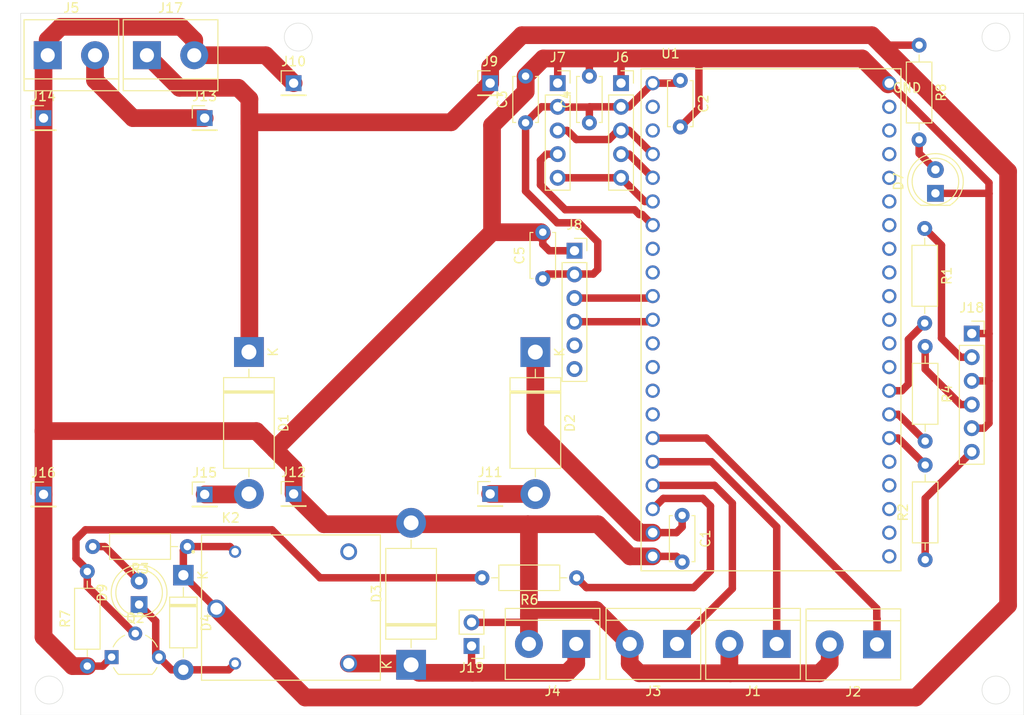
<source format=kicad_pcb>
(kicad_pcb (version 20240108) (generator "pcbnew") (generator_version "8.0")
  (layers (0 "F.Cu" signal) (31 "B.Cu" signal) (34 "B.Paste" user) (35 "F.Paste" user) (36 "B.SilkS" user "B.Silkscreen") (37 "F.SilkS" user "F.Silkscreen") (38 "B.Mask" user) (39 "F.Mask" user) (44 "Edge.Cuts" user))
  (net 0 "")
  (net 1 "+5V")
  (net 2 "GND")
  (net 3 "3.3V")
  (net 4 "Net-(D4-A)")
  (net 5 "+12V")
  (net 6 "Net-(D7-A)")
  (net 7 "Net-(D9-A)")
  (net 8 "15")
  (net 9 "14")
  (net 10 "16")
  (net 11 "12V_P")
  (net 12 "+VDC")
  (net 13 "Net-(J6-Pin_3)")
  (net 14 "Net-(J6-Pin_5)")
  (net 15 "3")
  (net 16 "5")
  (net 19 "8")
  (net 20 "9")
  (net 22 "Net-(Q2-B)")
  (net 23 "35")
  (net 24 "33")
  (net 25 "34")
  (net 26 "17")
  (net 52 "Net-(D1-A)")
  (net 53 "Net-(D2-A)")
  (net 54 "Net-(J18-Pin_4)")
  (net 55 "Net-(J18-Pin_6)")
  (net 56 "Net-(J18-Pin_2)")
  (footprint "Connector_PinSocket_2.54mm:PinSocket_1x06_P2.54mm_Vertical" (layer "F.Cu") (at 79.5 52.69)
    (property "Reference" "J8" (at 0 -2.77 0) (layer "F.SilkS"))
    (property "Value" "Conn_01x06")
    (pad "1" thru_hole rect (at 0 0) (size 1.7 1.7) (drill 1) (layers "*.Cu" "*.Mask") (net 2 "GND"))
    (pad "2" thru_hole oval (at 0 2.54) (size 1.7 1.7) (drill 1) (layers "*.Cu" "*.Mask") (net 3 "3.3V"))
    (pad "3" thru_hole oval (at 0 5.08) (size 1.7 1.7) (drill 1) (layers "*.Cu" "*.Mask") (net 19 "8"))
    (pad "4" thru_hole oval (at 0 7.62) (size 1.7 1.7) (drill 1) (layers "*.Cu" "*.Mask") (net 20 "9"))
    (pad "5" thru_hole oval (at 0 10.16) (size 1.7 1.7) (drill 1) (layers "*.Cu" "*.Mask"))
    (pad "6" thru_hole oval (at 0 12.7) (size 1.7 1.7) (drill 1) (layers "*.Cu" "*.Mask"))
  )
  (footprint "ESP32-S2-SAOLA-1M:MODULE_ESP32-S2-SAOLA-1M" (layer "F.Cu") (at 100.6 60.1)
    (property "Reference" "U1" (at -10.795 -28.575 0) (layer "F.SilkS"))
    (property "Value" "ESP32-S2-SAOLA-1M")
    (fp_text user "GND" (at 14.605 -24.892 0) (layer "F.SilkS"))
    (pad "0" thru_hole circle (at -12.7 -22.86) (size 1.53 1.53) (drill 1.02) (layers "*.Cu" "*.Mask"))
    (pad "1" thru_hole circle (at -12.7 -20.32) (size 1.53 1.53) (drill 1.02) (layers "*.Cu" "*.Mask"))
    (pad "2" thru_hole circle (at -12.7 -17.78) (size 1.53 1.53) (drill 1.02) (layers "*.Cu" "*.Mask") (net 13 "Net-(J6-Pin_3)"))
    (pad "3" thru_hole circle (at -12.7 -15.24) (size 1.53 1.53) (drill 1.02) (layers "*.Cu" "*.Mask") (net 15 "3"))
    (pad "3V3" thru_hole circle (at -12.7 -25.4) (size 1.53 1.53) (drill 1.02) (layers "*.Cu" "*.Mask") (net 3 "3.3V"))
    (pad "4" thru_hole circle (at -12.7 -12.7) (size 1.53 1.53) (drill 1.02) (layers "*.Cu" "*.Mask") (net 14 "Net-(J6-Pin_5)"))
    (pad "5" thru_hole circle (at -12.7 -10.16) (size 1.53 1.53) (drill 1.02) (layers "*.Cu" "*.Mask") (net 16 "5"))
    (pad "5V" thru_hole circle (at -12.7 22.86) (size 1.53 1.53) (drill 1.02) (layers "*.Cu" "*.Mask") (net 1 "+5V"))
    (pad "6" thru_hole circle (at -12.7 -7.62) (size 1.53 1.53) (drill 1.02) (layers "*.Cu" "*.Mask"))
    (pad "7" thru_hole circle (at -12.7 -5.08) (size 1.53 1.53) (drill 1.02) (layers "*.Cu" "*.Mask"))
    (pad "8" thru_hole circle (at -12.7 -2.54) (size 1.53 1.53) (drill 1.02) (layers "*.Cu" "*.Mask") (net 19 "8"))
    (pad "9" thru_hole circle (at -12.7 0) (size 1.53 1.53) (drill 1.02) (layers "*.Cu" "*.Mask") (net 20 "9"))
    (pad "10" thru_hole circle (at -12.7 2.54) (size 1.53 1.53) (drill 1.02) (layers "*.Cu" "*.Mask"))
    (pad "11" thru_hole circle (at -12.7 5.08) (size 1.53 1.53) (drill 1.02) (layers "*.Cu" "*.Mask"))
    (pad "12" thru_hole circle (at -12.7 7.62) (size 1.53 1.53) (drill 1.02) (layers "*.Cu" "*.Mask"))
    (pad "13" thru_hole circle (at -12.7 10.16) (size 1.53 1.53) (drill 1.02) (layers "*.Cu" "*.Mask"))
    (pad "14" thru_hole circle (at -12.7 12.7) (size 1.53 1.53) (drill 1.02) (layers "*.Cu" "*.Mask") (net 9 "14"))
    (pad "15" thru_hole circle (at -12.7 15.24) (size 1.53 1.53) (drill 1.02) (layers "*.Cu" "*.Mask") (net 8 "15"))
    (pad "16" thru_hole circle (at -12.7 17.78) (size 1.53 1.53) (drill 1.02) (layers "*.Cu" "*.Mask") (net 10 "16"))
    (pad "17" thru_hole circle (at -12.7 20.32) (size 1.53 1.53) (drill 1.02) (layers "*.Cu" "*.Mask") (net 26 "17"))
    (pad "18" thru_hole circle (at 12.7 25.4) (size 1.53 1.53) (drill 1.02) (layers "*.Cu" "*.Mask"))
    (pad "19" thru_hole circle (at 12.7 22.86) (size 1.53 1.53) (drill 1.02) (layers "*.Cu" "*.Mask"))
    (pad "20" thru_hole circle (at 12.7 20.32) (size 1.53 1.53) (drill 1.02) (layers "*.Cu" "*.Mask"))
    (pad "21" thru_hole circle (at 12.7 17.78) (size 1.53 1.53) (drill 1.02) (layers "*.Cu" "*.Mask"))
    (pad "26" thru_hole circle (at 12.7 15.24) (size 1.53 1.53) (drill 1.02) (layers "*.Cu" "*.Mask"))
    (pad "33" thru_hole circle (at 12.7 12.7) (size 1.53 1.53) (drill 1.02) (layers "*.Cu" "*.Mask") (net 24 "33"))
    (pad "34" thru_hole circle (at 12.7 10.16) (size 1.53 1.53) (drill 1.02) (layers "*.Cu" "*.Mask") (net 25 "34"))
    (pad "35" thru_hole circle (at 12.7 7.62) (size 1.53 1.53) (drill 1.02) (layers "*.Cu" "*.Mask") (net 23 "35"))
    (pad "36" thru_hole circle (at 12.7 5.08) (size 1.53 1.53) (drill 1.02) (layers "*.Cu" "*.Mask"))
    (pad "37" thru_hole circle (at 12.7 2.54) (size 1.53 1.53) (drill 1.02) (layers "*.Cu" "*.Mask"))
    (pad "38" thru_hole circle (at 12.7 0) (size 1.53 1.53) (drill 1.02) (layers "*.Cu" "*.Mask"))
    (pad "39" thru_hole circle (at 12.7 -2.54) (size 1.53 1.53) (drill 1.02) (layers "*.Cu" "*.Mask"))
    (pad "40" thru_hole circle (at 12.7 -5.08) (size 1.53 1.53) (drill 1.02) (layers "*.Cu" "*.Mask"))
    (pad "41" thru_hole circle (at 12.7 -7.62) (size 1.53 1.53) (drill 1.02) (layers "*.Cu" "*.Mask"))
    (pad "42" thru_hole circle (at 12.7 -10.16) (size 1.53 1.53) (drill 1.02) (layers "*.Cu" "*.Mask"))
    (pad "45" thru_hole circle (at 12.7 -17.78) (size 1.53 1.53) (drill 1.02) (layers "*.Cu" "*.Mask"))
    (pad "46" thru_hole circle (at 12.7 -20.32) (size 1.53 1.53) (drill 1.02) (layers "*.Cu" "*.Mask"))
    (pad "GND_1" thru_hole circle (at -12.7 25.4) (size 1.53 1.53) (drill 1.02) (layers "*.Cu" "*.Mask") (net 2 "GND"))
    (pad "GND_2" thru_hole circle (at 12.7 -25.4) (size 1.53 1.53) (drill 1.02) (layers "*.Cu" "*.Mask") (net 2 "GND"))
    (pad "RST" thru_hole circle (at 12.7 -22.86) (size 1.53 1.53) (drill 1.02) (layers "*.Cu" "*.Mask"))
    (pad "RX" thru_hole circle (at 12.7 -15.24) (size 1.53 1.53) (drill 1.02) (layers "*.Cu" "*.Mask"))
    (pad "TX" thru_hole circle (at 12.7 -12.7) (size 1.53 1.53) (drill 1.02) (layers "*.Cu" "*.Mask"))
  )
  (footprint "Connector_PinHeader_2.54mm:PinHeader_1x01_P2.54mm_Vertical" (layer "F.Cu") (at 70.45 34.7)
    (property "Reference" "J9" (at 0 -2.33 0) (layer "F.SilkS"))
    (property "Value" "Conn_01x01")
    (pad "1" thru_hole rect (at 0 0) (size 1.7 1.7) (drill 1) (layers "*.Cu" "*.Mask") (net 5 "+12V"))
  )
  (footprint "Diode_THT:D_DO-201AD_P15.24mm_Horizontal" (layer "F.Cu") (at 61.9625 97.14 90)
    (property "Reference" "D3" (at 7.62 -3.72 270) (layer "F.SilkS"))
    (property "Value" "1N5408")
    (fp_text user "K" (at 0 -2.6 270) (layer "F.SilkS"))
    (pad "1" thru_hole rect (at 0 0 90) (size 3.2 3.2) (drill 1.6) (layers "*.Cu" "*.Mask") (net 11 "12V_P"))
    (pad "2" thru_hole oval (at 15.24 0 90) (size 3.2 3.2) (drill 1.6) (layers "*.Cu" "*.Mask") (net 2 "GND"))
  )
  (footprint "Capacitor_THT:C_Disc_D4.7mm_W2.5mm_P5.00mm" (layer "F.Cu") (at 90.86 34.4 -90)
    (property "Reference" "C2" (at 2.5 -2.5 90) (layer "F.SilkS"))
    (property "Value" "C_Small")
    (pad "1" thru_hole circle (at 0 0 270) (size 1.6 1.6) (drill 0.8) (layers "*.Cu" "*.Mask") (net 3 "3.3V"))
    (pad "2" thru_hole circle (at 5 0 270) (size 1.6 1.6) (drill 0.8) (layers "*.Cu" "*.Mask") (net 2 "GND"))
  )
  (footprint "SRD-12VDC-SL-C:RELAY_SRD-12VDC-SL-C" (layer "F.Cu") (at 49.1625 91)
    (property "Reference" "K2" (at -6.575 -9.635 360) (layer "F.SilkS"))
    (property "Value" "SRD-12VDC-SL-C")
    (pad "COIL1" thru_hole circle (at -6.1 -6) (size 1.308 1.308) (drill 0.8) (layers "*.Cu" "*.Mask") (net 5 "+12V"))
    (pad "COIL2" thru_hole circle (at -6.1 6) (size 1.308 1.308) (drill 0.8) (layers "*.Cu" "*.Mask") (net 4 "Net-(D4-A)"))
    (pad "COM" thru_hole circle (at -8.1 0.12) (size 1.95 1.95) (drill 1.3) (layers "*.Cu" "*.Mask") (net 5 "+12V"))
    (pad "NC" thru_hole circle (at 6.1 -6) (size 1.8 1.8) (drill 1.2) (layers "*.Cu" "*.Mask"))
    (pad "NO" thru_hole circle (at 6.1 6) (size 1.8 1.8) (drill 1.2) (layers "*.Cu" "*.Mask") (net 11 "12V_P"))
  )
  (footprint "Package_TO_SOT_THT:TO-92_Wide" (layer "F.Cu") (at 29.81 96.32)
    (property "Reference" "Q2" (at 2.55 -4.19 0) (layer "F.SilkS"))
    (property "Value" "2N3904")
    (pad "1" thru_hole rect (at 0 0) (size 1.5 1.5) (drill 0.8) (layers "*.Cu" "*.Mask") (net 2 "GND"))
    (pad "2" thru_hole circle (at 2.54 -2.54) (size 1.5 1.5) (drill 0.8) (layers "*.Cu" "*.Mask") (net 22 "Net-(Q2-B)"))
    (pad "3" thru_hole circle (at 5.08 0) (size 1.5 1.5) (drill 0.8) (layers "*.Cu" "*.Mask") (net 4 "Net-(D4-A)"))
  )
  (footprint "Diode_THT:D_DO-201AD_P15.24mm_Horizontal" (layer "F.Cu") (at 44.55 63.56 -90)
    (property "Reference" "D1" (at 7.62 -3.72 90) (layer "F.SilkS"))
    (property "Value" "1N5822")
    (fp_text user "K" (at 0 -2.6 90) (layer "F.SilkS"))
    (pad "1" thru_hole rect (at 0 0 270) (size 3.2 3.2) (drill 1.6) (layers "*.Cu" "*.Mask") (net 5 "+12V"))
    (pad "2" thru_hole oval (at 15.24 0 270) (size 3.2 3.2) (drill 1.6) (layers "*.Cu" "*.Mask") (net 52 "Net-(D1-A)"))
  )
  (footprint "Resistor_THT:R_Axial_DIN0207_L6.3mm_D2.5mm_P10.16mm_Horizontal" (layer "F.Cu") (at 117.15 62.97 -90)
    (property "Reference" "R4" (at 5.08 -2.37 90) (layer "F.SilkS"))
    (property "Value" "R")
    (pad "1" thru_hole circle (at 0 0 270) (size 1.6 1.6) (drill 0.8) (layers "*.Cu" "*.Mask") (net 54 "Net-(J18-Pin_4)"))
    (pad "2" thru_hole oval (at 10.16 0 270) (size 1.6 1.6) (drill 0.8) (layers "*.Cu" "*.Mask") (net 25 "34"))
  )
  (footprint "TerminalBlock:TerminalBlock_bornier-2_P5.08mm" (layer "F.Cu") (at 90.51 94.9 180)
    (property "Reference" "J3" (at 2.54 -5.08 180) (layer "F.SilkS"))
    (property "Value" "Primer tanque")
    (pad "1" thru_hole rect (at 0 0 180) (size 3 3) (drill 1.52) (layers "*.Cu" "*.Mask") (net 10 "16"))
    (pad "2" thru_hole circle (at 5.08 0 180) (size 3 3) (drill 1.52) (layers "*.Cu" "*.Mask") (net 2 "GND"))
  )
  (footprint "Resistor_THT:R_Axial_DIN0207_L6.3mm_D2.5mm_P10.16mm_Horizontal" (layer "F.Cu") (at 117.15 85.86 90)
    (property "Reference" "R2" (at 5.08 -2.37 270) (layer "F.SilkS"))
    (property "Value" "R")
    (pad "1" thru_hole circle (at 0 0 90) (size 1.6 1.6) (drill 0.8) (layers "*.Cu" "*.Mask") (net 55 "Net-(J18-Pin_6)"))
    (pad "2" thru_hole oval (at 10.16 0 90) (size 1.6 1.6) (drill 0.8) (layers "*.Cu" "*.Mask") (net 24 "33"))
  )
  (footprint "Connector_PinHeader_2.54mm:PinHeader_1x01_P2.54mm_Vertical" (layer "F.Cu") (at 39.8 78.85)
    (property "Reference" "J15" (at 0 -2.33 0) (layer "F.SilkS"))
    (property "Value" "Conn_01x01")
    (pad "1" thru_hole rect (at 0 0) (size 1.7 1.7) (drill 1) (layers "*.Cu" "*.Mask") (net 52 "Net-(D1-A)"))
  )
  (footprint "Connector_PinHeader_2.54mm:PinHeader_1x01_P2.54mm_Vertical" (layer "F.Cu") (at 49.35 34.7)
    (property "Reference" "J10" (at 0 -2.33 0) (layer "F.SilkS"))
    (property "Value" "Conn_01x01")
    (pad "1" thru_hole rect (at 0 0) (size 1.7 1.7) (drill 1) (layers "*.Cu" "*.Mask") (net 2 "GND"))
  )
  (footprint "Resistor_THT:R_Axial_DIN0207_L6.3mm_D2.5mm_P10.16mm_Horizontal" (layer "F.Cu") (at 27.2 97.28 90)
    (property "Reference" "R7" (at 5.08 -2.37 270) (layer "F.SilkS"))
    (property "Value" "R")
    (pad "1" thru_hole circle (at 0 0 90) (size 1.6 1.6) (drill 0.8) (layers "*.Cu" "*.Mask") (net 2 "GND"))
    (pad "2" thru_hole oval (at 10.16 0 90) (size 1.6 1.6) (drill 0.8) (layers "*.Cu" "*.Mask") (net 22 "Net-(Q2-B)"))
  )
  (footprint "Capacitor_THT:C_Disc_D4.7mm_W2.5mm_P5.00mm" (layer "F.Cu") (at 91.06 81.1 -90)
    (property "Reference" "C1" (at 2.5 -2.5 90) (layer "F.SilkS"))
    (property "Value" "C_Small")
    (pad "1" thru_hole circle (at 0 0 270) (size 1.6 1.6) (drill 0.8) (layers "*.Cu" "*.Mask") (net 1 "+5V"))
    (pad "2" thru_hole circle (at 5 0 270) (size 1.6 1.6) (drill 0.8) (layers "*.Cu" "*.Mask") (net 2 "GND"))
  )
  (footprint "Connector_PinHeader_2.54mm:PinHeader_1x01_P2.54mm_Vertical" (layer "F.Cu") (at 39.8 38.45)
    (property "Reference" "J13" (at 0 -2.33 0) (layer "F.SilkS"))
    (property "Value" "Conn_01x01")
    (pad "1" thru_hole rect (at 0 0) (size 1.7 1.7) (drill 1) (layers "*.Cu" "*.Mask") (net 12 "+VDC"))
  )
  (footprint "Connector_PinHeader_2.54mm:PinHeader_1x02_P2.54mm_Vertical" (layer "F.Cu") (at 68.45 95.125 180)
    (property "Reference" "J19" (at 0 -2.33 180) (layer "F.SilkS"))
    (property "Value" "Led Pump")
    (pad "1" thru_hole rect (at 0 0 180) (size 1.7 1.7) (drill 1) (layers "*.Cu" "*.Mask") (net 11 "12V_P"))
    (pad "2" thru_hole oval (at 0 2.54 180) (size 1.7 1.7) (drill 1) (layers "*.Cu" "*.Mask") (net 2 "GND"))
  )
  (footprint "Capacitor_THT:C_Disc_D4.7mm_W2.5mm_P5.00mm" (layer "F.Cu") (at 76.1 55.7 90)
    (property "Reference" "C5" (at 2.5 -2.5 270) (layer "F.SilkS"))
    (property "Value" "C_Small")
    (pad "1" thru_hole circle (at 0 0 90) (size 1.6 1.6) (drill 0.8) (layers "*.Cu" "*.Mask") (net 3 "3.3V"))
    (pad "2" thru_hole circle (at 5 0 90) (size 1.6 1.6) (drill 0.8) (layers "*.Cu" "*.Mask") (net 2 "GND"))
  )
  (footprint "Connector_PinHeader_2.54mm:PinHeader_1x01_P2.54mm_Vertical" (layer "F.Cu") (at 22.5 78.85)
    (property "Reference" "J16" (at 0 -2.33 0) (layer "F.SilkS"))
    (property "Value" "Conn_01x01")
    (pad "1" thru_hole rect (at 0 0) (size 1.7 1.7) (drill 1) (layers "*.Cu" "*.Mask") (net 2 "GND"))
  )
  (footprint "Resistor_THT:R_Axial_DIN0207_L6.3mm_D2.5mm_P10.16mm_Horizontal" (layer "F.Cu") (at 117.1 50.3 -90)
    (property "Reference" "R1" (at 5.08 -2.37 90) (layer "F.SilkS"))
    (property "Value" "R")
    (pad "1" thru_hole circle (at 0 0 270) (size 1.6 1.6) (drill 0.8) (layers "*.Cu" "*.Mask") (net 56 "Net-(J18-Pin_2)"))
    (pad "2" thru_hole oval (at 10.16 0 270) (size 1.6 1.6) (drill 0.8) (layers "*.Cu" "*.Mask") (net 23 "35"))
  )
  (footprint "Diode_THT:D_DO-41_SOD81_P10.16mm_Horizontal" (layer "F.Cu") (at 37.5125 87.52 -90)
    (property "Reference" "D4" (at 5.08 -2.47 90) (layer "F.SilkS"))
    (property "Value" "1N4001")
    (fp_text user "K" (at 0 -2.1 90) (layer "F.SilkS"))
    (pad "1" thru_hole rect (at 0 0 270) (size 2.2 2.2) (drill 1.1) (layers "*.Cu" "*.Mask") (net 5 "+12V"))
    (pad "2" thru_hole oval (at 10.16 0 270) (size 2.2 2.2) (drill 1.1) (layers "*.Cu" "*.Mask") (net 4 "Net-(D4-A)"))
  )
  (footprint "TerminalBlock:TerminalBlock_bornier-2_P5.08mm" (layer "F.Cu") (at 111.98 94.95 180)
    (property "Reference" "J2" (at 2.54 -5.08 180) (layer "F.SilkS"))
    (property "Value" "Tercer tanque")
    (pad "1" thru_hole rect (at 0 0 180) (size 3 3) (drill 1.52) (layers "*.Cu" "*.Mask") (net 9 "14"))
    (pad "2" thru_hole circle (at 5.08 0 180) (size 3 3) (drill 1.52) (layers "*.Cu" "*.Mask") (net 2 "GND"))
  )
  (footprint "Connector_PinSocket_2.54mm:PinSocket_1x05_P2.54mm_Vertical" (layer "F.Cu") (at 84.5 34.7)
    (property "Reference" "J6" (at 0 -2.77 0) (layer "F.SilkS"))
    (property "Value" "Conn_01x05")
    (pad "1" thru_hole rect (at 0 0) (size 1.7 1.7) (drill 1) (layers "*.Cu" "*.Mask") (net 2 "GND"))
    (pad "2" thru_hole oval (at 0 2.54) (size 1.7 1.7) (drill 1) (layers "*.Cu" "*.Mask") (net 3 "3.3V"))
    (pad "3" thru_hole oval (at 0 5.08) (size 1.7 1.7) (drill 1) (layers "*.Cu" "*.Mask") (net 13 "Net-(J6-Pin_3)"))
    (pad "4" thru_hole oval (at 0 7.62) (size 1.7 1.7) (drill 1) (layers "*.Cu" "*.Mask") (net 15 "3"))
    (pad "5" thru_hole oval (at 0 10.16) (size 1.7 1.7) (drill 1) (layers "*.Cu" "*.Mask") (net 14 "Net-(J6-Pin_5)"))
  )
  (footprint "Resistor_THT:R_Axial_DIN0207_L6.3mm_D2.5mm_P10.16mm_Horizontal" (layer "F.Cu") (at 79.73 87.8 180)
    (property "Reference" "R6" (at 5.08 -2.37 180) (layer "F.SilkS"))
    (property "Value" "R")
    (pad "1" thru_hole circle (at 0 0 180) (size 1.6 1.6) (drill 0.8) (layers "*.Cu" "*.Mask") (net 26 "17"))
    (pad "2" thru_hole oval (at 10.16 0 180) (size 1.6 1.6) (drill 0.8) (layers "*.Cu" "*.Mask") (net 22 "Net-(Q2-B)"))
  )
  (footprint "Connector_PinHeader_2.54mm:PinHeader_1x01_P2.54mm_Vertical" (layer "F.Cu") (at 49.35 78.8)
    (property "Reference" "J12" (at 0 -2.33 0) (layer "F.SilkS"))
    (property "Value" "Conn_01x01")
    (pad "1" thru_hole rect (at 0 0) (size 1.7 1.7) (drill 1) (layers "*.Cu" "*.Mask") (net 2 "GND"))
  )
  (footprint "Diode_THT:D_DO-201AD_P15.24mm_Horizontal" (layer "F.Cu") (at 75.3 63.57 -90)
    (property "Reference" "D2" (at 7.62 -3.72 90) (layer "F.SilkS"))
    (property "Value" "1N5822")
    (fp_text user "K" (at 0 -2.6 90) (layer "F.SilkS"))
    (pad "1" thru_hole rect (at 0 0 270) (size 3.2 3.2) (drill 1.6) (layers "*.Cu" "*.Mask") (net 1 "+5V"))
    (pad "2" thru_hole oval (at 15.24 0 270) (size 3.2 3.2) (drill 1.6) (layers "*.Cu" "*.Mask") (net 53 "Net-(D2-A)"))
  )
  (footprint "Connector_PinSocket_2.54mm:PinSocket_1x05_P2.54mm_Vertical" (layer "F.Cu") (at 77.7 34.7)
    (property "Reference" "J7" (at 0 -2.77 0) (layer "F.SilkS"))
    (property "Value" "Conn_01x05")
    (pad "1" thru_hole rect (at 0 0) (size 1.7 1.7) (drill 1) (layers "*.Cu" "*.Mask") (net 2 "GND"))
    (pad "2" thru_hole oval (at 0 2.54) (size 1.7 1.7) (drill 1) (layers "*.Cu" "*.Mask") (net 3 "3.3V"))
    (pad "3" thru_hole oval (at 0 5.08) (size 1.7 1.7) (drill 1) (layers "*.Cu" "*.Mask") (net 13 "Net-(J6-Pin_3)"))
    (pad "4" thru_hole oval (at 0 7.62) (size 1.7 1.7) (drill 1) (layers "*.Cu" "*.Mask") (net 16 "5"))
    (pad "5" thru_hole oval (at 0 10.16) (size 1.7 1.7) (drill 1) (layers "*.Cu" "*.Mask") (net 14 "Net-(J6-Pin_5)"))
  )
  (footprint "TerminalBlock:TerminalBlock_bornier-2_P5.08mm" (layer "F.Cu") (at 101.21 94.9 180)
    (property "Reference" "J1" (at 2.54 -5.08 180) (layer "F.SilkS"))
    (property "Value" "Segundo tanque (Destilador)")
    (pad "1" thru_hole rect (at 0 0 180) (size 3 3) (drill 1.52) (layers "*.Cu" "*.Mask") (net 8 "15"))
    (pad "2" thru_hole circle (at 5.08 0 180) (size 3 3) (drill 1.52) (layers "*.Cu" "*.Mask") (net 2 "GND"))
  )
  (footprint "Resistor_THT:R_Axial_DIN0207_L6.3mm_D2.5mm_P10.16mm_Horizontal" (layer "F.Cu") (at 37.9425 84.45 180)
    (property "Reference" "R3" (at 5.08 -2.37 180) (layer "F.SilkS"))
    (property "Value" "R")
    (pad "1" thru_hole circle (at 0 0 180) (size 1.6 1.6) (drill 0.8) (layers "*.Cu" "*.Mask") (net 5 "+12V"))
    (pad "2" thru_hole oval (at 10.16 0 180) (size 1.6 1.6) (drill 0.8) (layers "*.Cu" "*.Mask") (net 7 "Net-(D9-A)"))
  )
  (footprint "Capacitor_THT:C_Disc_D4.7mm_W2.5mm_P5.00mm" (layer "F.Cu") (at 74.25 38.95 90)
    (property "Reference" "C3" (at 2.5 -2.5 270) (layer "F.SilkS"))
    (property "Value" "C_Small")
    (pad "1" thru_hole circle (at 0 0 90) (size 1.6 1.6) (drill 0.8) (layers "*.Cu" "*.Mask") (net 3 "3.3V"))
    (pad "2" thru_hole circle (at 5 0 90) (size 1.6 1.6) (drill 0.8) (layers "*.Cu" "*.Mask") (net 2 "GND"))
  )
  (footprint "Connector_PinHeader_2.54mm:PinHeader_1x01_P2.54mm_Vertical" (layer "F.Cu") (at 22.5 38.45)
    (property "Reference" "J14" (at 0 -2.33 0) (layer "F.SilkS"))
    (property "Value" "Conn_01x01")
    (pad "1" thru_hole rect (at 0 0) (size 1.7 1.7) (drill 1) (layers "*.Cu" "*.Mask") (net 2 "GND"))
  )
  (footprint "Connector_PinHeader_2.54mm:PinHeader_1x01_P2.54mm_Vertical" (layer "F.Cu") (at 70.45 78.8)
    (property "Reference" "J11" (at 0 -2.33 0) (layer "F.SilkS"))
    (property "Value" "Conn_01x01")
    (pad "1" thru_hole rect (at 0 0) (size 1.7 1.7) (drill 1) (layers "*.Cu" "*.Mask") (net 53 "Net-(D2-A)"))
  )
  (footprint "TerminalBlock:TerminalBlock_bornier-2_P5.08mm" (layer "F.Cu") (at 22.95 31.7)
    (property "Reference" "J5" (at 2.54 -5.08 0) (layer "F.SilkS"))
    (property "Value" "Solar Panel")
    (pad "1" thru_hole rect (at 0 0) (size 3 3) (drill 1.52) (layers "*.Cu" "*.Mask") (net 2 "GND"))
    (pad "2" thru_hole circle (at 5.08 0) (size 3 3) (drill 1.52) (layers "*.Cu" "*.Mask") (net 12 "+VDC"))
  )
  (footprint "Resistor_THT:R_Axial_DIN0207_L6.3mm_D2.5mm_P10.16mm_Horizontal" (layer "F.Cu") (at 116.5 30.62 -90)
    (property "Reference" "R8" (at 5.08 -2.37 90) (layer "F.SilkS"))
    (property "Value" "R")
    (pad "1" thru_hole circle (at 0 0 270) (size 1.6 1.6) (drill 0.8) (layers "*.Cu" "*.Mask") (net 5 "+12V"))
    (pad "2" thru_hole oval (at 10.16 0 270) (size 1.6 1.6) (drill 0.8) (layers "*.Cu" "*.Mask") (net 6 "Net-(D7-A)"))
  )
  (footprint "LED_THT:LED_D5.0mm" (layer "F.Cu") (at 118.25 46.525 90)
    (property "Reference" "D7" (at 1.27 -3.96 270) (layer "F.SilkS"))
    (property "Value" "LED_Small")
    (pad "1" thru_hole rect (at 0 0 90) (size 1.8 1.8) (drill 0.9) (layers "*.Cu" "*.Mask") (net 2 "GND"))
    (pad "2" thru_hole circle (at 2.54 0 90) (size 1.8 1.8) (drill 0.9) (layers "*.Cu" "*.Mask") (net 6 "Net-(D7-A)"))
  )
  (footprint "LED_THT:LED_D5.0mm" (layer "F.Cu") (at 32.7625 90.675 90)
    (property "Reference" "D9" (at 1.27 -3.96 270) (layer "F.SilkS"))
    (property "Value" "LED_Small")
    (pad "1" thru_hole rect (at 0 0 90) (size 1.8 1.8) (drill 0.9) (layers "*.Cu" "*.Mask") (net 4 "Net-(D4-A)"))
    (pad "2" thru_hole circle (at 2.54 0 90) (size 1.8 1.8) (drill 0.9) (layers "*.Cu" "*.Mask") (net 7 "Net-(D9-A)"))
  )
  (footprint "Capacitor_THT:C_Disc_D4.7mm_W2.5mm_P5.00mm" (layer "F.Cu") (at 81.1 38.95 90)
    (property "Reference" "C4" (at 2.5 -2.5 270) (layer "F.SilkS"))
    (property "Value" "C_Small")
    (pad "1" thru_hole circle (at 0 0 90) (size 1.6 1.6) (drill 0.8) (layers "*.Cu" "*.Mask") (net 3 "3.3V"))
    (pad "2" thru_hole circle (at 5 0 90) (size 1.6 1.6) (drill 0.8) (layers "*.Cu" "*.Mask") (net 2 "GND"))
  )
  (footprint "TerminalBlock:TerminalBlock_bornier-2_P5.08mm" (layer "F.Cu") (at 79.69 94.9 180)
    (property "Reference" "J4" (at 2.54 -5.08 180) (layer "F.SilkS"))
    (property "Value" "Bomba de agua")
    (pad "1" thru_hole rect (at 0 0 180) (size 3 3) (drill 1.52) (layers "*.Cu" "*.Mask") (net 11 "12V_P"))
    (pad "2" thru_hole circle (at 5.08 0 180) (size 3 3) (drill 1.52) (layers "*.Cu" "*.Mask") (net 2 "GND"))
  )
  (footprint "Connector_PinSocket_2.54mm:PinSocket_1x06_P2.54mm_Vertical" (layer "F.Cu") (at 122.15 61.58)
    (property "Reference" "J18" (at 0 -2.77 0) (layer "F.SilkS"))
    (property "Value" "Conn_01x06")
    (pad "1" thru_hole rect (at 0 0) (size 1.7 1.7) (drill 1) (layers "*.Cu" "*.Mask") (net 2 "GND"))
    (pad "2" thru_hole oval (at 0 2.54) (size 1.7 1.7) (drill 1) (layers "*.Cu" "*.Mask") (net 56 "Net-(J18-Pin_2)"))
    (pad "3" thru_hole oval (at 0 5.08) (size 1.7 1.7) (drill 1) (layers "*.Cu" "*.Mask") (net 2 "GND"))
    (pad "4" thru_hole oval (at 0 7.62) (size 1.7 1.7) (drill 1) (layers "*.Cu" "*.Mask") (net 54 "Net-(J18-Pin_4)"))
    (pad "5" thru_hole oval (at 0 10.16) (size 1.7 1.7) (drill 1) (layers "*.Cu" "*.Mask") (net 2 "GND"))
    (pad "6" thru_hole oval (at 0 12.7) (size 1.7 1.7) (drill 1) (layers "*.Cu" "*.Mask") (net 55 "Net-(J18-Pin_6)"))
  )
  (footprint "TerminalBlock:TerminalBlock_bornier-2_P5.08mm" (layer "F.Cu") (at 33.6 31.7)
    (property "Reference" "J17" (at 2.54 -5.08 0) (layer "F.SilkS"))
    (property "Value" "Battery")
    (pad "1" thru_hole rect (at 0 0) (size 3 3) (drill 1.52) (layers "*.Cu" "*.Mask") (net 5 "+12V"))
    (pad "2" thru_hole circle (at 5.08 0) (size 3 3) (drill 1.52) (layers "*.Cu" "*.Mask") (net 2 "GND"))
  )
  (gr_circle (center 23.1 99.85) (end 24.6 99.85) (stroke (width 0.05)) (fill none) (layer "Edge.Cuts"))
  (gr_circle (center 124.75 99.85) (end 126.25 99.85) (stroke (width 0.05)) (fill none) (layer "Edge.Cuts"))
  (gr_circle (center 49.85 29.75) (end 51.35 29.75) (stroke (width 0.05)) (fill none) (layer "Edge.Cuts"))
  (gr_circle (center 124.75 29.75) (end 126.25 29.75) (stroke (width 0.05)) (fill none) (layer "Edge.Cuts"))
  (gr_rect (start 20.05 27.2) (end 127.75 102.55) (stroke (width 0.05)) (fill none) (layer "Edge.Cuts"))
  (segment (start 91.06 81.1) (end 91.06 82.34) (width 0.8) (layer "F.Cu") (net 1))
  (segment (start 75.3 71.8) (end 86.46 82.96) (width 1.9) (layer "F.Cu") (net 1))
  (segment (start 86.46 82.96) (end 87.9 82.96) (width 1.9) (layer "F.Cu") (net 1))
  (segment (start 91.06 82.34) (end 90.45 82.95) (width 0.8) (layer "F.Cu") (net 1))
  (segment (start 87.91 82.95) (end 87.9 82.96) (width 0.8) (layer "F.Cu") (net 1))
  (segment (start 75.3 63.57) (end 75.3 71.8) (width 1.9) (layer "F.Cu") (net 1))
  (segment (start 90.45 82.95) (end 87.91 82.95) (width 0.8) (layer "F.Cu") (net 1))
  (segment (start 48.1 74.8) (end 49.35 76.05) (width 1.9) (layer "F.Cu") (net 2))
  (segment (start 74.61 94.9) (end 74.61 91.85) (width 1.9) (layer "F.Cu") (net 2))
  (segment (start 74.61 91.85) (end 74.61 82.16) (width 1.9) (layer "F.Cu") (net 2))
  (segment (start 90.86 39.4) (end 92.86 37.4) (width 0.8) (layer "F.Cu") (net 2))
  (segment (start 86.45868 98.05) (end 96.25 98.05) (width 1.9) (layer "F.Cu") (net 2))
  (segment (start 76.1 50.7) (end 76.1 51.99) (width 0.8) (layer "F.Cu") (net 2))
  (segment (start 96.13 97.93) (end 96.25 98.05) (width 1.9) (layer "F.Cu") (net 2))
  (segment (start 106.9 96.95) (end 106.9 94.95) (width 1.9) (layer "F.Cu") (net 2))
  (segment (start 73.875 92.585) (end 74.61 91.85) (width 0.8) (layer "F.Cu") (net 2))
  (segment (start 27.2 97.28) (end 25.62 97.28) (width 1.9) (layer "F.Cu") (net 2))
  (segment (start 22.5 32.15) (end 22.95 31.7) (width 1.9) (layer "F.Cu") (net 2))
  (segment (start 38.68 31.7) (end 46.35 31.7) (width 1.9) (layer "F.Cu") (net 2))
  (segment (start 118.25 46.525) (end 123.975 46.525) (width 0.8) (layer "F.Cu") (net 2))
  (segment (start 74.25 33.95) (end 76.15 32.05) (width 1.9) (layer "F.Cu") (net 2))
  (segment (start 92.86 32.61) (end 92.85 32.6) (width 0.8) (layer "F.Cu") (net 2))
  (segment (start 74.61 82.16) (end 74.5 82.05) (width 1.9) (layer "F.Cu") (net 2))
  (segment (start 28.85 97.28) (end 29.81 96.32) (width 0.8) (layer "F.Cu") (net 2))
  (segment (start 110.388371 32.05) (end 113.169186 34.830815) (width 1.9) (layer "F.Cu") (net 2))
  (segment (start 38.68 30.08) (end 37.25 28.65) (width 1.9) (layer "F.Cu") (net 2))
  (segment (start 27.2 97.28) (end 28.85 97.28) (width 0.8) (layer "F.Cu") (net 2))
  (segment (start 84.5 34.7) (end 84.5 32.6) (width 0.8) (layer "F.Cu") (net 2))
  (segment (start 24.35 28.65) (end 22.95 30.05) (width 1.9) (layer "F.Cu") (net 2))
  (segment (start 22.95 30.05) (end 22.95 31.7) (width 1.9) (layer "F.Cu") (net 2))
  (segment (start 124 61.6) (end 124 71.2) (width 0.8) (layer "F.Cu") (net 2))
  (segment (start 76.15 32.05) (end 110.388371 32.05) (width 1.9) (layer "F.Cu") (net 2))
  (segment (start 122.15 61.58) (end 123.98 61.58) (width 0.8) (layer "F.Cu") (net 2))
  (segment (start 22.5 78.85) (end 22.5 72.05) (width 1.9) (layer "F.Cu") (net 2))
  (segment (start 70.65 39.226598) (end 74.263909 35.612689) (width 1.9) (layer "F.Cu") (net 2))
  (segment (start 74.263909 35.612689) (end 74.263909 33.963909) (width 1.9) (layer "F.Cu") (net 2))
  (segment (start 46.475 73.175) (end 46.925 73.175) (width 0.8) (layer "F.Cu") (net 2))
  (segment (start 52.6 82.05) (end 61.8125 82.05) (width 1.9) (layer "F.Cu") (net 2))
  (segment (start 85.43 94.9) (end 81.78 91.25) (width 1.9) (layer "F.Cu") (net 2))
  (segment (start 22.5 94.16) (end 22.5 78.85) (width 1.9) (layer "F.Cu") (net 2))
  (segment (start 123.98 61.58) (end 124 61.6) (width 0.8) (layer "F.Cu") (net 2))
  (segment (start 96.13 94.9) (end 96.13 97.93) (width 1.9) (layer "F.Cu") (net 2))
  (segment (start 124 45.4) (end 124 46.55) (width 0.8) (layer "F.Cu") (net 2))
  (segment (start 47.325 74.025) (end 70.65 50.7) (width 1.9) (layer "F.Cu") (net 2))
  (segment (start 61.8125 82.05) (end 61.9625 81.9) (width 1.9) (layer "F.Cu") (net 2))
  (segment (start 62.1125 82.05) (end 74.5 82.05) (width 1.9) (layer "F.Cu") (net 2))
  (segment (start 124 71.2) (end 123.46 71.74) (width 0.8) (layer "F.Cu") (net 2))
  (segment (start 123.46 71.74) (end 122.15 71.74) (width 0.8) (layer "F.Cu") (net 2))
  (segment (start 49.35 78.8) (end 52.6 82.05) (width 1.9) (layer "F.Cu") (net 2))
  (segment (start 47.325 74.025) (end 48.1 74.8) (width 1.9) (layer "F.Cu") (net 2))
  (segment (start 70.65 50.7) (end 75.902284 50.7) (width 1.9) (layer "F.Cu") (net 2))
  (segment (start 82.014466 82.05) (end 85.464466 85.5) (width 1.9) (layer "F.Cu") (net 2))
  (segment (start 45.35 72.05) (end 22.5 72.05) (width 1.9) (layer "F.Cu") (net 2))
  (segment (start 37.25 28.65) (end 24.35 28.65) (width 1.9) (layer "F.Cu") (net 2))
  (segment (start 105.8 98.05) (end 106.9 96.95) (width 1.9) (layer "F.Cu") (net 2))
  (segment (start 85.464466 85.5) (end 87.9 85.5) (width 1.9) (layer "F.Cu") (net 2))
  (segment (start 90.46 85.5) (end 87.9 85.5) (width 0.8) (layer "F.Cu") (net 2))
  (segment (start 81.78 91.25) (end 75.21 91.25) (width 1.9) (layer "F.Cu") (net 2))
  (segment (start 61.9625 81.9) (end 62.1125 82.05) (width 1.9) (layer "F.Cu") (net 2))
  (segment (start 124 46.55) (end 124 61.6) (width 0.8) (layer "F.Cu") (net 2))
  (segment (start 74.5 82.05) (end 82.014466 82.05) (width 1.9) (layer "F.Cu") (net 2))
  (segment (start 46.475 73.175) (end 45.35 72.05) (width 1.9) (layer "F.Cu") (net 2))
  (segment (start 22.5 72.05) (end 22.5 32.15) (width 1.9) (layer "F.Cu") (net 2))
  (segment (start 122.64 66.66) (end 124 66.66) (width 0.8) (layer "F.Cu") (net 2))
  (segment (start 77.7 34.7) (end 77.7 32.6) (width 0.8) (layer "F.Cu") (net 2))
  (segment (start 96.25 98.05) (end 105.8 98.05) (width 1.9) (layer "F.Cu") (net 2))
  (segment (start 91.06 86.1) (end 90.46 85.5) (width 0.8) (layer "F.Cu") (net 2))
  (segment (start 92.86 37.4) (end 92.86 32.61) (width 0.8) (layer "F.Cu") (net 2))
  (segment (start 81.1 33.95) (end 81.1 32.6) (width 0.8) (layer "F.Cu") (net 2))
  (segment (start 123.975 46.525) (end 124 46.55) (width 0.8) (layer "F.Cu") (net 2))
  (segment (start 76.8 52.69) (end 79.5 52.69) (width 0.8) (layer "F.Cu") (net 2))
  (segment (start 46.475 73.175) (end 47.325 74.025) (width 1.9) (layer "F.Cu") (net 2))
  (segment (start 49.35 76.05) (end 49.35 78.8) (width 1.9) (layer "F.Cu") (net 2))
  (segment (start 76.1 51.99) (end 76.8 52.69) (width 0.8) (layer "F.Cu") (net 2))
  (segment (start 25.62 97.28) (end 22.5 94.16) (width 1.9) (layer "F.Cu") (net 2))
  (segment (start 70.65 50.7) (end 70.65 39.226598) (width 1.9) (layer "F.Cu") (net 2))
  (segment (start 113.3 34.7) (end 124 45.4) (width 0.8) (layer "F.Cu") (net 2))
  (segment (start 85.43 94.9) (end 85.43 97.02132) (width 1.9) (layer "F.Cu") (net 2))
  (segment (start 38.68 31.7) (end 38.68 30.08) (width 1.9) (layer "F.Cu") (net 2))
  (segment (start 85.43 97.02132) (end 86.45868 98.05) (width 1.9) (layer "F.Cu") (net 2))
  (segment (start 46.35 31.7) (end 49.35 34.7) (width 1.9) (layer "F.Cu") (net 2))
  (segment (start 75.902284 50.7) (end 76.001142 50.798858) (width 1.9) (layer "F.Cu") (net 2))
  (segment (start 68.45 92.585) (end 73.875 92.585) (width 0.8) (layer "F.Cu") (net 2))
  (segment (start 77.65 49.69) (end 79.95 49.69) (width 0.8) (layer "F.Cu") (net 3))
  (segment (start 81.1 38.95) (end 81.1 37.27) (width 0.8) (layer "F.Cu") (net 3))
  (segment (start 90.56 34.7) (end 90.86 34.4) (width 0.8) (layer "F.Cu") (net 3))
  (segment (start 81.51 55.19) (end 76.61 55.19) (width 0.8) (layer "F.Cu") (net 3))
  (segment (start 87.9 34.7) (end 85.36 37.24) (width 0.8) (layer "F.Cu") (net 3))
  (segment (start 81.1 37.27) (end 77.73 37.27) (width 0.8) (layer "F.Cu") (net 3))
  (segment (start 77.7 37.24) (end 75.96 37.24) (width 0.8) (layer "F.Cu") (net 3))
  (segment (start 82 51.74) (end 82 54.7) (width 0.8) (layer "F.Cu") (net 3))
  (segment (start 81.1 37.27) (end 81.13 37.24) (width 0.8) (layer "F.Cu") (net 3))
  (segment (start 79.95 49.69) (end 82 51.74) (width 0.8) (layer "F.Cu") (net 3))
  (segment (start 82 54.7) (end 81.51 55.19) (width 0.8) (layer "F.Cu") (net 3))
  (segment (start 85.36 37.24) (end 84.5 37.24) (width 0.8) (layer "F.Cu") (net 3))
  (segment (start 74.25 38.95) (end 74.25 46.29) (width 0.8) (layer "F.Cu") (net 3))
  (segment (start 77.73 37.27) (end 77.7 37.24) (width 0.8) (layer "F.Cu") (net 3))
  (segment (start 81.13 37.24) (end 84.5 37.24) (width 0.8) (layer "F.Cu") (net 3))
  (segment (start 87.9 34.7) (end 90.56 34.7) (width 0.8) (layer "F.Cu") (net 3))
  (segment (start 74.25 46.29) (end 77.65 49.69) (width 0.8) (layer "F.Cu") (net 3))
  (segment (start 76.61 55.19) (end 76.1 55.7) (width 0.8) (layer "F.Cu") (net 3))
  (segment (start 75.96 37.24) (end 74.25 38.95) (width 0.8) (layer "F.Cu") (net 3))
  (segment (start 37.5125 97.68) (end 42.3825 97.68) (width 0.8) (layer "F.Cu") (net 4))
  (segment (start 37.5125 97.68) (end 36.25 97.68) (width 0.8) (layer "F.Cu") (net 4))
  (segment (start 36.25 97.68) (end 34.5425 95.9725) (width 0.8) (layer "F.Cu") (net 4))
  (segment (start 34.5425 95.9725) (end 34.5425 92.455) (width 0.8) (layer "F.Cu") (net 4))
  (segment (start 42.3825 97.68) (end 43.0625 97) (width 0.8) (layer "F.Cu") (net 4))
  (segment (start 34.5425 92.455) (end 32.7625 90.675) (width 0.8) (layer "F.Cu") (net 4))
  (segment (start 116.15 100.65) (end 50.5925 100.65) (width 1.9) (layer "F.Cu") (net 5))
  (segment (start 70.45 34.7) (end 70.45 32.95) (width 1.9) (layer "F.Cu") (net 5))
  (segment (start 44.6 36.4) (end 43.4 35.2) (width 1.9) (layer "F.Cu") (net 5))
  (segment (start 50.5925 100.65) (end 41.0625 91.12) (width 1.9) (layer "F.Cu") (net 5))
  (segment (start 70.45 34.7) (end 66.25 38.9) (width 1.9) (layer "F.Cu") (net 5))
  (segment (start 37.5125 84.88) (end 37.9425 84.45) (width 0.8) (layer "F.Cu") (net 5))
  (segment (start 70.45 32.95) (end 73.85 29.55) (width 1.9) (layer "F.Cu") (net 5))
  (segment (start 44.55 63.55) (end 44.6 63.5) (width 1.9) (layer "F.Cu") (net 5))
  (segment (start 37.5125 87.52) (end 37.5125 84.88) (width 0.8) (layer "F.Cu") (net 5))
  (segment (start 37.5125 87.52) (end 37.5125 87.57) (width 0.8) (layer "F.Cu") (net 5))
  (segment (start 73.85 29.55) (end 111.423905 29.55) (width 1.9) (layer "F.Cu") (net 5))
  (segment (start 116.5 30.62) (end 112.553905 30.62) (width 0.8) (layer "F.Cu") (net 5))
  (segment (start 44.6 63.5) (end 44.6 38.9) (width 1.9) (layer "F.Cu") (net 5))
  (segment (start 42.5125 84.45) (end 43.0625 85) (width 0.8) (layer "F.Cu") (net 5))
  (segment (start 37.5125 87.57) (end 41.0625 91.12) (width 0.8) (layer "F.Cu") (net 5))
  (segment (start 112.553905 30.62) (end 112.523905 30.65) (width 0.8) (layer "F.Cu") (net 5))
  (segment (start 44.6 38.9) (end 44.6 36.4) (width 1.9) (layer "F.Cu") (net 5))
  (segment (start 37.9425 84.45) (end 42.5125 84.45) (width 0.8) (layer "F.Cu") (net 5))
  (segment (start 37.1 35.2) (end 33.6 31.7) (width 1.9) (layer "F.Cu") (net 5))
  (segment (start 111.423905 29.55) (end 112.523905 30.65) (width 1.9) (layer "F.Cu") (net 5))
  (segment (start 126.05 90.75) (end 116.15 100.65) (width 1.9) (layer "F.Cu") (net 5))
  (segment (start 66.25 38.9) (end 44.6 38.9) (width 1.9) (layer "F.Cu") (net 5))
  (segment (start 112.523905 30.65) (end 126.05 44.176095) (width 1.9) (layer "F.Cu") (net 5))
  (segment (start 43.4 35.2) (end 37.1 35.2) (width 1.9) (layer "F.Cu") (net 5))
  (segment (start 126.05 44.176095) (end 126.05 90.75) (width 1.9) (layer "F.Cu") (net 5))
  (segment (start 116.5 40.78) (end 116.5 42.235) (width 0.8) (layer "F.Cu") (net 6))
  (segment (start 116.5 42.235) (end 118.25 43.985) (width 0.8) (layer "F.Cu") (net 6))
  (segment (start 29.0775 84.45) (end 27.7825 84.45) (width 0.8) (layer "F.Cu") (net 7))
  (segment (start 32.7625 88.135) (end 29.0775 84.45) (width 0.8) (layer "F.Cu") (net 7))
  (segment (start 94.210102 75.34) (end 101.21 82.339898) (width 0.8) (layer "F.Cu") (net 8))
  (segment (start 87.9 75.34) (end 94.210102 75.34) (width 0.8) (layer "F.Cu") (net 8))
  (segment (start 101.21 82.339898) (end 101.21 94.9) (width 0.8) (layer "F.Cu") (net 8))
  (segment (start 111.98 92.18) (end 111.98 94.95) (width 0.8) (layer "F.Cu") (net 9))
  (segment (start 111.95 92.15) (end 111.98 92.18) (width 0.8) (layer "F.Cu") (net 9))
  (segment (start 93.65 72.8) (end 111.95 91.1) (width 0.8) (layer "F.Cu") (net 9))
  (segment (start 111.95 91.1) (end 111.95 92.15) (width 0.8) (layer "F.Cu") (net 9))
  (segment (start 87.9 72.8) (end 93.65 72.8) (width 0.8) (layer "F.Cu") (net 9))
  (segment (start 87.9 77.88) (end 94.53 77.88) (width 0.8) (layer "F.Cu") (net 10))
  (segment (start 94.53 77.88) (end 96.45 79.8) (width 0.8) (layer "F.Cu") (net 10))
  (segment (start 96.45 79.8) (end 96.45 88.96) (width 0.8) (layer "F.Cu") (net 10))
  (segment (start 96.45 88.96) (end 90.51 94.9) (width 0.8) (layer "F.Cu") (net 10))
  (segment (start 61.9625 97.14) (end 62.8225 98) (width 1.9) (layer "F.Cu") (net 11))
  (segment (start 68.45 95.125) (end 68.45 97.9) (width 0.8) (layer "F.Cu") (net 11))
  (segment (start 62.8225 98) (end 68.55 98) (width 1.9) (layer "F.Cu") (net 11))
  (segment (start 79.69 97.01) (end 79.69 94.9) (width 1.9) (layer "F.Cu") (net 11))
  (segment (start 55.2625 97) (end 61.8225 97) (width 1.9) (layer "F.Cu") (net 11))
  (segment (start 68.55 98) (end 78.7 98) (width 1.9) (layer "F.Cu") (net 11))
  (segment (start 61.8225 97) (end 61.9625 97.14) (width 1.9) (layer "F.Cu") (net 11))
  (segment (start 78.7 98) (end 79.69 97.01) (width 1.9) (layer "F.Cu") (net 11))
  (segment (start 68.45 97.9) (end 68.55 98) (width 0.8) (layer "F.Cu") (net 11))
  (segment (start 28.03 31.7) (end 28.03 34.38) (width 1.9) (layer "F.Cu") (net 12))
  (segment (start 28.03 34.38) (end 32.1 38.45) (width 1.9) (layer "F.Cu") (net 12))
  (segment (start 32.1 38.45) (end 39.8 38.45) (width 1.9) (layer "F.Cu") (net 12))
  (segment (start 87.9 42.32) (end 85.36 39.78) (width 0.8) (layer "F.Cu") (net 13))
  (segment (start 84.5 39.78) (end 84.17 39.78) (width 0.8) (layer "F.Cu") (net 13))
  (segment (start 79.7 40.75) (end 78.73 39.78) (width 0.8) (layer "F.Cu") (net 13))
  (segment (start 78.73 39.78) (end 77.7 39.78) (width 0.8) (layer "F.Cu") (net 13))
  (segment (start 84.17 39.78) (end 83.2 40.75) (width 0.8) (layer "F.Cu") (net 13))
  (segment (start 83.2 40.75) (end 79.7 40.75) (width 0.8) (layer "F.Cu") (net 13))
  (segment (start 85.36 39.78) (end 84.5 39.78) (width 0.8) (layer "F.Cu") (net 13))
  (segment (start 87.9 47.4) (end 87.04 47.4) (width 0.8) (layer "F.Cu") (net 14))
  (segment (start 84.5 44.86) (end 77.7 44.86) (width 0.8) (layer "F.Cu") (net 14))
  (segment (start 87.04 47.4) (end 84.5 44.86) (width 0.8) (layer "F.Cu") (net 14))
  (segment (start 87.9 44.86) (end 85.36 42.32) (width 0.8) (layer "F.Cu") (net 15))
  (segment (start 85.36 42.32) (end 84.5 42.32) (width 0.8) (layer "F.Cu") (net 15))
  (segment (start 76.497919 42.32) (end 77.7 42.32) (width 0.8) (layer "F.Cu") (net 16))
  (segment (start 75.85 42.967919) (end 76.497919 42.32) (width 0.8) (layer "F.Cu") (net 16))
  (segment (start 75.85 45.626296) (end 75.85 42.967919) (width 0.8) (layer "F.Cu") (net 16))
  (segment (start 86.76 48.8) (end 86.460101 48.8) (width 0.8) (layer "F.Cu") (net 16))
  (segment (start 86.460101 48.8) (end 85.950101 48.29) (width 0.8) (layer "F.Cu") (net 16))
  (segment (start 85.950101 48.29) (end 78.513704 48.29) (width 0.8) (layer "F.Cu") (net 16))
  (segment (start 87.9 49.94) (end 86.76 48.8) (width 0.8) (layer "F.Cu") (net 16))
  (segment (start 78.513704 48.29) (end 75.85 45.626296) (width 0.8) (layer "F.Cu") (net 16))
  (segment (start 87.69 57.77) (end 87.9 57.56) (width 0.8) (layer "F.Cu") (net 19))
  (segment (start 79.5 57.77) (end 87.69 57.77) (width 0.8) (layer "F.Cu") (net 19))
  (segment (start 79.5 60.31) (end 87.69 60.31) (width 0.8) (layer "F.Cu") (net 20))
  (segment (start 87.69 60.31) (end 87.9 60.1) (width 0.8) (layer "F.Cu") (net 20))
  (segment (start 27.2 88.7375) (end 27.2 86.9375) (width 0.8) (layer "F.Cu") (net 22))
  (segment (start 52.1825 87.8) (end 69.57 87.8) (width 0.8) (layer "F.Cu") (net 22))
  (segment (start 32.2425 93.78) (end 27.2 88.7375) (width 0.8) (layer "F.Cu") (net 22))
  (segment (start 27.2 86.9375) (end 25.9825 85.72) (width 0.8) (layer "F.Cu") (net 22))
  (segment (start 25.9825 83.6675) (end 27 82.65) (width 0.8) (layer "F.Cu") (net 22))
  (segment (start 32.35 93.78) (end 32.2425 93.78) (width 0.8) (layer "F.Cu") (net 22))
  (segment (start 27 82.65) (end 47.0325 82.65) (width 0.8) (layer "F.Cu") (net 22))
  (segment (start 47.0325 82.65) (end 52.1825 87.8) (width 0.8) (layer "F.Cu") (net 22))
  (segment (start 25.9825 85.72) (end 25.9825 83.6675) (width 0.8) (layer "F.Cu") (net 22))
  (segment (start 115.35 67) (end 114.63 67.72) (width 0.8) (layer "F.Cu") (net 23))
  (segment (start 115.35 62.21) (end 115.35 67) (width 0.8) (layer "F.Cu") (net 23))
  (segment (start 114.63 67.72) (end 113.3 67.72) (width 0.8) (layer "F.Cu") (net 23))
  (segment (start 117.1 60.46) (end 115.35 62.21) (width 0.8) (layer "F.Cu") (net 23))
  (segment (start 114.25 72.8) (end 117.15 75.7) (width 0.8) (layer "F.Cu") (net 24))
  (segment (start 113.3 72.8) (end 114.25 72.8) (width 0.8) (layer "F.Cu") (net 24))
  (segment (start 113.3 70.26) (end 114.28 70.26) (width 0.8) (layer "F.Cu") (net 25))
  (segment (start 114.28 70.26) (end 117.15 73.13) (width 0.8) (layer "F.Cu") (net 25))
  (segment (start 87.9 80.42) (end 89.04 79.28) (width 0.8) (layer "F.Cu") (net 26))
  (segment (start 94.1 87.05) (end 92.3 88.85) (width 0.8) (layer "F.Cu") (net 26))
  (segment (start 89.04 79.28) (end 93.28 79.28) (width 0.8) (layer "F.Cu") (net 26))
  (segment (start 92.3 88.85) (end 80.78 88.85) (width 0.8) (layer "F.Cu") (net 26))
  (segment (start 80.78 88.85) (end 79.73 87.8) (width 0.8) (layer "F.Cu") (net 26))
  (segment (start 94.1 80.1) (end 94.1 87.05) (width 0.8) (layer "F.Cu") (net 26))
  (segment (start 93.28 79.28) (end 94.1 80.1) (width 0.8) (layer "F.Cu") (net 26))
  (segment (start 39.8 78.85) (end 44.49 78.85) (width 1.9) (layer "F.Cu") (net 52))
  (segment (start 44.49 78.85) (end 44.55 78.79) (width 1.9) (layer "F.Cu") (net 52))
  (segment (start 70.45 78.8) (end 75.15 78.8) (width 1.9) (layer "F.Cu") (net 53))
  (segment (start 120.947919 69.2) (end 122.15 69.2) (width 0.8) (layer "F.Cu") (net 54))
  (segment (start 117.15 65.402081) (end 120.947919 69.2) (width 0.8) (layer "F.Cu") (net 54))
  (segment (start 117.15 62.97) (end 117.15 65.402081) (width 0.8) (layer "F.Cu") (net 54))
  (segment (start 117.15 85.86) (end 117.15 79.28) (width 0.8) (layer "F.Cu") (net 55))
  (segment (start 117.15 79.28) (end 122.15 74.28) (width 0.8) (layer "F.Cu") (net 55))
  (segment (start 117.1 50.3) (end 118.9 52.1) (width 0.8) (layer "F.Cu") (net 56))
  (segment (start 120.947919 64.12) (end 122.15 64.12) (width 0.8) (layer "F.Cu") (net 56))
  (segment (start 118.9 62.072081) (end 120.947919 64.12) (width 0.8) (layer "F.Cu") (net 56))
  (segment (start 118.9 52.1) (end 118.9 62.072081) (width 0.8) (layer "F.Cu") (net 56))
)
</source>
